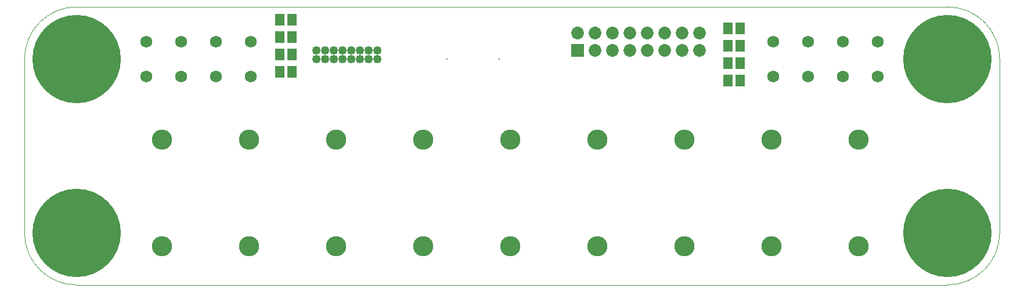
<source format=gbs>
G04*
G04 #@! TF.GenerationSoftware,Altium Limited,Altium Designer,19.1.7 (138)*
G04*
G04 Layer_Color=16711935*
%FSLAX25Y25*%
%MOIN*%
G70*
G01*
G75*
%ADD12C,0.00100*%
%ADD14C,0.07296*%
%ADD15R,0.07296X0.07296*%
%ADD16C,0.01194*%
%ADD17C,0.04934*%
%ADD18C,0.11614*%
%ADD19C,0.06902*%
%ADD20C,0.50800*%
%ADD31R,0.05328X0.06509*%
D12*
X130000Y260000D02*
G03*
X100000Y230000I0J-30000D01*
G01*
Y130000D02*
G03*
X130000Y100000I30000J0D01*
G01*
X660000Y230000D02*
G03*
X630000Y260000I-30000J0D01*
G01*
Y100000D02*
G03*
X660000Y130000I0J30000D01*
G01*
X130000Y260000D02*
X630000Y260000D01*
X130000Y100000D02*
X630000Y100000D01*
X660000Y130000D02*
Y230000D01*
X100000Y130000D02*
Y230000D01*
D14*
X467500Y245000D02*
D03*
Y235000D02*
D03*
X457500Y245000D02*
D03*
Y235000D02*
D03*
X427500Y245000D02*
D03*
Y235000D02*
D03*
X417500Y245000D02*
D03*
X437500Y235000D02*
D03*
Y245000D02*
D03*
X447500Y235000D02*
D03*
Y245000D02*
D03*
X477500Y235000D02*
D03*
X487500D02*
D03*
X477500Y245000D02*
D03*
X487500D02*
D03*
D15*
X417500Y235000D02*
D03*
D16*
X372500Y230000D02*
D03*
X342500D02*
D03*
D17*
X302500Y235000D02*
D03*
X297500D02*
D03*
X302500Y230000D02*
D03*
X297500D02*
D03*
X292500Y235000D02*
D03*
X287500D02*
D03*
X292500Y230000D02*
D03*
X287500D02*
D03*
X282500Y235000D02*
D03*
Y230000D02*
D03*
X277500Y235000D02*
D03*
X272500D02*
D03*
X277500Y230000D02*
D03*
X272500D02*
D03*
X267500Y235000D02*
D03*
Y230000D02*
D03*
D18*
X178819Y183465D02*
D03*
Y122441D02*
D03*
X578819D02*
D03*
Y183465D02*
D03*
X228819Y122441D02*
D03*
Y183465D02*
D03*
X278819Y122441D02*
D03*
Y183465D02*
D03*
X328819Y122441D02*
D03*
Y183465D02*
D03*
X378819Y122441D02*
D03*
Y183465D02*
D03*
X428819Y122441D02*
D03*
Y183465D02*
D03*
X478819Y122441D02*
D03*
Y183465D02*
D03*
X528819Y122441D02*
D03*
Y183465D02*
D03*
D19*
X170000Y240000D02*
D03*
Y220000D02*
D03*
X190000Y240000D02*
D03*
Y220000D02*
D03*
X210000Y240000D02*
D03*
Y220000D02*
D03*
X230000Y240000D02*
D03*
Y220000D02*
D03*
X530000Y240000D02*
D03*
Y220000D02*
D03*
X550000Y240000D02*
D03*
Y220000D02*
D03*
X570000D02*
D03*
Y240000D02*
D03*
X590000D02*
D03*
Y220000D02*
D03*
D20*
X630000Y130000D02*
D03*
X130000D02*
D03*
X630000Y230000D02*
D03*
X130000D02*
D03*
D31*
X253445Y232500D02*
D03*
X246555D02*
D03*
X253445Y222500D02*
D03*
X246555D02*
D03*
X504055Y247500D02*
D03*
X510945D02*
D03*
X504055Y237500D02*
D03*
X510945D02*
D03*
X504055Y227500D02*
D03*
X510945D02*
D03*
X504055Y217500D02*
D03*
X510945D02*
D03*
X253445Y242500D02*
D03*
X246555D02*
D03*
X253445Y252500D02*
D03*
X246555D02*
D03*
M02*

</source>
